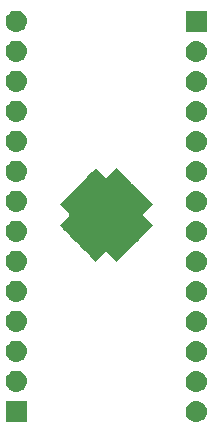
<source format=gbr>
G04 #@! TF.GenerationSoftware,KiCad,Pcbnew,(5.1.2)-2*
G04 #@! TF.CreationDate,2019-11-11T20:09:09+01:00*
G04 #@! TF.ProjectId,MCP25625_Breakoutboard,4d435032-3536-4323-955f-427265616b6f,rev?*
G04 #@! TF.SameCoordinates,Original*
G04 #@! TF.FileFunction,Soldermask,Top*
G04 #@! TF.FilePolarity,Negative*
%FSLAX46Y46*%
G04 Gerber Fmt 4.6, Leading zero omitted, Abs format (unit mm)*
G04 Created by KiCad (PCBNEW (5.1.2)-2) date 2019-11-11 20:09:09*
%MOMM*%
%LPD*%
G04 APERTURE LIST*
%ADD10C,0.100000*%
G04 APERTURE END LIST*
D10*
G36*
X153023523Y-112625519D02*
G01*
X153089707Y-112632037D01*
X153259546Y-112683557D01*
X153416071Y-112767222D01*
X153451809Y-112796552D01*
X153553266Y-112879814D01*
X153636528Y-112981271D01*
X153665858Y-113017009D01*
X153749523Y-113173534D01*
X153801043Y-113343373D01*
X153818439Y-113520000D01*
X153801043Y-113696627D01*
X153749523Y-113866466D01*
X153665858Y-114022991D01*
X153636528Y-114058729D01*
X153553266Y-114160186D01*
X153451809Y-114243448D01*
X153416071Y-114272778D01*
X153259546Y-114356443D01*
X153089707Y-114407963D01*
X153023522Y-114414482D01*
X152957340Y-114421000D01*
X152868820Y-114421000D01*
X152802638Y-114414482D01*
X152736453Y-114407963D01*
X152566614Y-114356443D01*
X152410089Y-114272778D01*
X152374351Y-114243448D01*
X152272894Y-114160186D01*
X152189632Y-114058729D01*
X152160302Y-114022991D01*
X152076637Y-113866466D01*
X152025117Y-113696627D01*
X152007721Y-113520000D01*
X152025117Y-113343373D01*
X152076637Y-113173534D01*
X152160302Y-113017009D01*
X152189632Y-112981271D01*
X152272894Y-112879814D01*
X152374351Y-112796552D01*
X152410089Y-112767222D01*
X152566614Y-112683557D01*
X152736453Y-112632037D01*
X152802637Y-112625519D01*
X152868820Y-112619000D01*
X152957340Y-112619000D01*
X153023523Y-112625519D01*
X153023523Y-112625519D01*
G37*
G36*
X138574080Y-114401000D02*
G01*
X136772080Y-114401000D01*
X136772080Y-112599000D01*
X138574080Y-112599000D01*
X138574080Y-114401000D01*
X138574080Y-114401000D01*
G37*
G36*
X153023523Y-110085519D02*
G01*
X153089707Y-110092037D01*
X153259546Y-110143557D01*
X153416071Y-110227222D01*
X153451809Y-110256552D01*
X153553266Y-110339814D01*
X153636528Y-110441271D01*
X153665858Y-110477009D01*
X153749523Y-110633534D01*
X153801043Y-110803373D01*
X153818439Y-110980000D01*
X153801043Y-111156627D01*
X153749523Y-111326466D01*
X153665858Y-111482991D01*
X153636528Y-111518729D01*
X153553266Y-111620186D01*
X153451809Y-111703448D01*
X153416071Y-111732778D01*
X153259546Y-111816443D01*
X153089707Y-111867963D01*
X153023522Y-111874482D01*
X152957340Y-111881000D01*
X152868820Y-111881000D01*
X152802638Y-111874482D01*
X152736453Y-111867963D01*
X152566614Y-111816443D01*
X152410089Y-111732778D01*
X152374351Y-111703448D01*
X152272894Y-111620186D01*
X152189632Y-111518729D01*
X152160302Y-111482991D01*
X152076637Y-111326466D01*
X152025117Y-111156627D01*
X152007721Y-110980000D01*
X152025117Y-110803373D01*
X152076637Y-110633534D01*
X152160302Y-110477009D01*
X152189632Y-110441271D01*
X152272894Y-110339814D01*
X152374351Y-110256552D01*
X152410089Y-110227222D01*
X152566614Y-110143557D01*
X152736453Y-110092037D01*
X152802637Y-110085519D01*
X152868820Y-110079000D01*
X152957340Y-110079000D01*
X153023523Y-110085519D01*
X153023523Y-110085519D01*
G37*
G36*
X137783522Y-110065518D02*
G01*
X137849707Y-110072037D01*
X138019546Y-110123557D01*
X138176071Y-110207222D01*
X138200441Y-110227222D01*
X138313266Y-110319814D01*
X138396528Y-110421271D01*
X138425858Y-110457009D01*
X138509523Y-110613534D01*
X138561043Y-110783373D01*
X138578439Y-110960000D01*
X138561043Y-111136627D01*
X138509523Y-111306466D01*
X138425858Y-111462991D01*
X138409446Y-111482989D01*
X138313266Y-111600186D01*
X138211809Y-111683448D01*
X138176071Y-111712778D01*
X138019546Y-111796443D01*
X137849707Y-111847963D01*
X137783523Y-111854481D01*
X137717340Y-111861000D01*
X137628820Y-111861000D01*
X137562637Y-111854481D01*
X137496453Y-111847963D01*
X137326614Y-111796443D01*
X137170089Y-111712778D01*
X137134351Y-111683448D01*
X137032894Y-111600186D01*
X136936714Y-111482989D01*
X136920302Y-111462991D01*
X136836637Y-111306466D01*
X136785117Y-111136627D01*
X136767721Y-110960000D01*
X136785117Y-110783373D01*
X136836637Y-110613534D01*
X136920302Y-110457009D01*
X136949632Y-110421271D01*
X137032894Y-110319814D01*
X137145719Y-110227222D01*
X137170089Y-110207222D01*
X137326614Y-110123557D01*
X137496453Y-110072037D01*
X137562638Y-110065518D01*
X137628820Y-110059000D01*
X137717340Y-110059000D01*
X137783522Y-110065518D01*
X137783522Y-110065518D01*
G37*
G36*
X153023522Y-107545518D02*
G01*
X153089707Y-107552037D01*
X153259546Y-107603557D01*
X153416071Y-107687222D01*
X153451809Y-107716552D01*
X153553266Y-107799814D01*
X153636528Y-107901271D01*
X153665858Y-107937009D01*
X153749523Y-108093534D01*
X153801043Y-108263373D01*
X153818439Y-108440000D01*
X153801043Y-108616627D01*
X153749523Y-108786466D01*
X153665858Y-108942991D01*
X153636528Y-108978729D01*
X153553266Y-109080186D01*
X153451809Y-109163448D01*
X153416071Y-109192778D01*
X153259546Y-109276443D01*
X153089707Y-109327963D01*
X153023523Y-109334481D01*
X152957340Y-109341000D01*
X152868820Y-109341000D01*
X152802637Y-109334481D01*
X152736453Y-109327963D01*
X152566614Y-109276443D01*
X152410089Y-109192778D01*
X152374351Y-109163448D01*
X152272894Y-109080186D01*
X152189632Y-108978729D01*
X152160302Y-108942991D01*
X152076637Y-108786466D01*
X152025117Y-108616627D01*
X152007721Y-108440000D01*
X152025117Y-108263373D01*
X152076637Y-108093534D01*
X152160302Y-107937009D01*
X152189632Y-107901271D01*
X152272894Y-107799814D01*
X152374351Y-107716552D01*
X152410089Y-107687222D01*
X152566614Y-107603557D01*
X152736453Y-107552037D01*
X152802638Y-107545518D01*
X152868820Y-107539000D01*
X152957340Y-107539000D01*
X153023522Y-107545518D01*
X153023522Y-107545518D01*
G37*
G36*
X137783522Y-107525518D02*
G01*
X137849707Y-107532037D01*
X138019546Y-107583557D01*
X138176071Y-107667222D01*
X138200441Y-107687222D01*
X138313266Y-107779814D01*
X138396528Y-107881271D01*
X138425858Y-107917009D01*
X138509523Y-108073534D01*
X138561043Y-108243373D01*
X138578439Y-108420000D01*
X138561043Y-108596627D01*
X138509523Y-108766466D01*
X138425858Y-108922991D01*
X138409446Y-108942989D01*
X138313266Y-109060186D01*
X138211809Y-109143448D01*
X138176071Y-109172778D01*
X138019546Y-109256443D01*
X137849707Y-109307963D01*
X137783522Y-109314482D01*
X137717340Y-109321000D01*
X137628820Y-109321000D01*
X137562638Y-109314482D01*
X137496453Y-109307963D01*
X137326614Y-109256443D01*
X137170089Y-109172778D01*
X137134351Y-109143448D01*
X137032894Y-109060186D01*
X136936714Y-108942989D01*
X136920302Y-108922991D01*
X136836637Y-108766466D01*
X136785117Y-108596627D01*
X136767721Y-108420000D01*
X136785117Y-108243373D01*
X136836637Y-108073534D01*
X136920302Y-107917009D01*
X136949632Y-107881271D01*
X137032894Y-107779814D01*
X137145719Y-107687222D01*
X137170089Y-107667222D01*
X137326614Y-107583557D01*
X137496453Y-107532037D01*
X137562638Y-107525518D01*
X137628820Y-107519000D01*
X137717340Y-107519000D01*
X137783522Y-107525518D01*
X137783522Y-107525518D01*
G37*
G36*
X153023522Y-105005518D02*
G01*
X153089707Y-105012037D01*
X153259546Y-105063557D01*
X153416071Y-105147222D01*
X153451809Y-105176552D01*
X153553266Y-105259814D01*
X153636528Y-105361271D01*
X153665858Y-105397009D01*
X153749523Y-105553534D01*
X153801043Y-105723373D01*
X153818439Y-105900000D01*
X153801043Y-106076627D01*
X153749523Y-106246466D01*
X153665858Y-106402991D01*
X153636528Y-106438729D01*
X153553266Y-106540186D01*
X153451809Y-106623448D01*
X153416071Y-106652778D01*
X153259546Y-106736443D01*
X153089707Y-106787963D01*
X153023523Y-106794481D01*
X152957340Y-106801000D01*
X152868820Y-106801000D01*
X152802637Y-106794481D01*
X152736453Y-106787963D01*
X152566614Y-106736443D01*
X152410089Y-106652778D01*
X152374351Y-106623448D01*
X152272894Y-106540186D01*
X152189632Y-106438729D01*
X152160302Y-106402991D01*
X152076637Y-106246466D01*
X152025117Y-106076627D01*
X152007721Y-105900000D01*
X152025117Y-105723373D01*
X152076637Y-105553534D01*
X152160302Y-105397009D01*
X152189632Y-105361271D01*
X152272894Y-105259814D01*
X152374351Y-105176552D01*
X152410089Y-105147222D01*
X152566614Y-105063557D01*
X152736453Y-105012037D01*
X152802638Y-105005518D01*
X152868820Y-104999000D01*
X152957340Y-104999000D01*
X153023522Y-105005518D01*
X153023522Y-105005518D01*
G37*
G36*
X137783522Y-104985518D02*
G01*
X137849707Y-104992037D01*
X138019546Y-105043557D01*
X138176071Y-105127222D01*
X138200441Y-105147222D01*
X138313266Y-105239814D01*
X138396528Y-105341271D01*
X138425858Y-105377009D01*
X138509523Y-105533534D01*
X138561043Y-105703373D01*
X138578439Y-105880000D01*
X138561043Y-106056627D01*
X138509523Y-106226466D01*
X138425858Y-106382991D01*
X138409446Y-106402989D01*
X138313266Y-106520186D01*
X138211809Y-106603448D01*
X138176071Y-106632778D01*
X138019546Y-106716443D01*
X137849707Y-106767963D01*
X137783522Y-106774482D01*
X137717340Y-106781000D01*
X137628820Y-106781000D01*
X137562638Y-106774482D01*
X137496453Y-106767963D01*
X137326614Y-106716443D01*
X137170089Y-106632778D01*
X137134351Y-106603448D01*
X137032894Y-106520186D01*
X136936714Y-106402989D01*
X136920302Y-106382991D01*
X136836637Y-106226466D01*
X136785117Y-106056627D01*
X136767721Y-105880000D01*
X136785117Y-105703373D01*
X136836637Y-105533534D01*
X136920302Y-105377009D01*
X136949632Y-105341271D01*
X137032894Y-105239814D01*
X137145719Y-105147222D01*
X137170089Y-105127222D01*
X137326614Y-105043557D01*
X137496453Y-104992037D01*
X137562638Y-104985518D01*
X137628820Y-104979000D01*
X137717340Y-104979000D01*
X137783522Y-104985518D01*
X137783522Y-104985518D01*
G37*
G36*
X153023523Y-102465519D02*
G01*
X153089707Y-102472037D01*
X153259546Y-102523557D01*
X153416071Y-102607222D01*
X153451809Y-102636552D01*
X153553266Y-102719814D01*
X153636528Y-102821271D01*
X153665858Y-102857009D01*
X153749523Y-103013534D01*
X153801043Y-103183373D01*
X153818439Y-103360000D01*
X153801043Y-103536627D01*
X153749523Y-103706466D01*
X153665858Y-103862991D01*
X153636528Y-103898729D01*
X153553266Y-104000186D01*
X153451809Y-104083448D01*
X153416071Y-104112778D01*
X153259546Y-104196443D01*
X153089707Y-104247963D01*
X153023522Y-104254482D01*
X152957340Y-104261000D01*
X152868820Y-104261000D01*
X152802637Y-104254481D01*
X152736453Y-104247963D01*
X152566614Y-104196443D01*
X152410089Y-104112778D01*
X152374351Y-104083448D01*
X152272894Y-104000186D01*
X152189632Y-103898729D01*
X152160302Y-103862991D01*
X152076637Y-103706466D01*
X152025117Y-103536627D01*
X152007721Y-103360000D01*
X152025117Y-103183373D01*
X152076637Y-103013534D01*
X152160302Y-102857009D01*
X152189632Y-102821271D01*
X152272894Y-102719814D01*
X152374351Y-102636552D01*
X152410089Y-102607222D01*
X152566614Y-102523557D01*
X152736453Y-102472037D01*
X152802637Y-102465519D01*
X152868820Y-102459000D01*
X152957340Y-102459000D01*
X153023523Y-102465519D01*
X153023523Y-102465519D01*
G37*
G36*
X137783522Y-102445518D02*
G01*
X137849707Y-102452037D01*
X138019546Y-102503557D01*
X138176071Y-102587222D01*
X138200441Y-102607222D01*
X138313266Y-102699814D01*
X138396528Y-102801271D01*
X138425858Y-102837009D01*
X138509523Y-102993534D01*
X138561043Y-103163373D01*
X138578439Y-103340000D01*
X138561043Y-103516627D01*
X138509523Y-103686466D01*
X138425858Y-103842991D01*
X138409446Y-103862989D01*
X138313266Y-103980186D01*
X138211809Y-104063448D01*
X138176071Y-104092778D01*
X138019546Y-104176443D01*
X137849707Y-104227963D01*
X137783522Y-104234482D01*
X137717340Y-104241000D01*
X137628820Y-104241000D01*
X137562638Y-104234482D01*
X137496453Y-104227963D01*
X137326614Y-104176443D01*
X137170089Y-104092778D01*
X137134351Y-104063448D01*
X137032894Y-103980186D01*
X136936714Y-103862989D01*
X136920302Y-103842991D01*
X136836637Y-103686466D01*
X136785117Y-103516627D01*
X136767721Y-103340000D01*
X136785117Y-103163373D01*
X136836637Y-102993534D01*
X136920302Y-102837009D01*
X136949632Y-102801271D01*
X137032894Y-102699814D01*
X137145719Y-102607222D01*
X137170089Y-102587222D01*
X137326614Y-102503557D01*
X137496453Y-102452037D01*
X137562637Y-102445519D01*
X137628820Y-102439000D01*
X137717340Y-102439000D01*
X137783522Y-102445518D01*
X137783522Y-102445518D01*
G37*
G36*
X153023523Y-99925519D02*
G01*
X153089707Y-99932037D01*
X153259546Y-99983557D01*
X153416071Y-100067222D01*
X153451809Y-100096552D01*
X153553266Y-100179814D01*
X153636528Y-100281271D01*
X153665858Y-100317009D01*
X153749523Y-100473534D01*
X153801043Y-100643373D01*
X153818439Y-100820000D01*
X153801043Y-100996627D01*
X153749523Y-101166466D01*
X153665858Y-101322991D01*
X153636528Y-101358729D01*
X153553266Y-101460186D01*
X153451809Y-101543448D01*
X153416071Y-101572778D01*
X153259546Y-101656443D01*
X153089707Y-101707963D01*
X153023522Y-101714482D01*
X152957340Y-101721000D01*
X152868820Y-101721000D01*
X152802637Y-101714481D01*
X152736453Y-101707963D01*
X152566614Y-101656443D01*
X152410089Y-101572778D01*
X152374351Y-101543448D01*
X152272894Y-101460186D01*
X152189632Y-101358729D01*
X152160302Y-101322991D01*
X152076637Y-101166466D01*
X152025117Y-100996627D01*
X152007721Y-100820000D01*
X152025117Y-100643373D01*
X152076637Y-100473534D01*
X152160302Y-100317009D01*
X152189632Y-100281271D01*
X152272894Y-100179814D01*
X152374351Y-100096552D01*
X152410089Y-100067222D01*
X152566614Y-99983557D01*
X152736453Y-99932037D01*
X152802637Y-99925519D01*
X152868820Y-99919000D01*
X152957340Y-99919000D01*
X153023523Y-99925519D01*
X153023523Y-99925519D01*
G37*
G36*
X137783523Y-99905519D02*
G01*
X137849707Y-99912037D01*
X138019546Y-99963557D01*
X138176071Y-100047222D01*
X138200441Y-100067222D01*
X138313266Y-100159814D01*
X138396528Y-100261271D01*
X138425858Y-100297009D01*
X138509523Y-100453534D01*
X138561043Y-100623373D01*
X138578439Y-100800000D01*
X138561043Y-100976627D01*
X138509523Y-101146466D01*
X138425858Y-101302991D01*
X138409446Y-101322989D01*
X138313266Y-101440186D01*
X138211809Y-101523448D01*
X138176071Y-101552778D01*
X138019546Y-101636443D01*
X137849707Y-101687963D01*
X137783522Y-101694482D01*
X137717340Y-101701000D01*
X137628820Y-101701000D01*
X137562637Y-101694481D01*
X137496453Y-101687963D01*
X137326614Y-101636443D01*
X137170089Y-101552778D01*
X137134351Y-101523448D01*
X137032894Y-101440186D01*
X136936714Y-101322989D01*
X136920302Y-101302991D01*
X136836637Y-101146466D01*
X136785117Y-100976627D01*
X136767721Y-100800000D01*
X136785117Y-100623373D01*
X136836637Y-100453534D01*
X136920302Y-100297009D01*
X136949632Y-100261271D01*
X137032894Y-100159814D01*
X137145719Y-100067222D01*
X137170089Y-100047222D01*
X137326614Y-99963557D01*
X137496453Y-99912037D01*
X137562637Y-99905519D01*
X137628820Y-99899000D01*
X137717340Y-99899000D01*
X137783523Y-99905519D01*
X137783523Y-99905519D01*
G37*
G36*
X146496576Y-93231460D02*
G01*
X146496576Y-93231461D01*
X146636583Y-93371468D01*
X146636583Y-93371467D01*
X146956196Y-93691080D01*
X146956196Y-93691081D01*
X147096202Y-93831087D01*
X147096202Y-93831086D01*
X147415815Y-94150699D01*
X147415815Y-94150700D01*
X147504197Y-94239082D01*
X147504202Y-94239088D01*
X147555821Y-94290707D01*
X147555821Y-94290706D01*
X147875434Y-94610319D01*
X147875434Y-94610320D01*
X147927053Y-94661939D01*
X147927059Y-94661944D01*
X148015441Y-94750326D01*
X148015441Y-94750325D01*
X148335054Y-95069938D01*
X148335054Y-95069939D01*
X148475060Y-95209945D01*
X148475060Y-95209944D01*
X148794673Y-95529557D01*
X148794673Y-95529558D01*
X148934680Y-95669565D01*
X148934680Y-95669564D01*
X149254293Y-95989177D01*
X148458792Y-96784678D01*
X148443252Y-96803614D01*
X148431701Y-96825225D01*
X148424588Y-96848674D01*
X148422186Y-96873060D01*
X148424588Y-96897446D01*
X148431701Y-96920895D01*
X148443252Y-96942506D01*
X148458792Y-96961442D01*
X149254293Y-97756943D01*
X148015441Y-98995795D01*
X147875434Y-99135801D01*
X147555821Y-99455414D01*
X147415815Y-99595421D01*
X146176963Y-100834273D01*
X145381462Y-100038772D01*
X145362526Y-100023232D01*
X145340915Y-100011681D01*
X145317466Y-100004568D01*
X145293080Y-100002166D01*
X145268694Y-100004568D01*
X145245245Y-100011681D01*
X145223634Y-100023232D01*
X145204698Y-100038772D01*
X144409197Y-100834273D01*
X144089584Y-100514660D01*
X144089585Y-100514660D01*
X143949578Y-100374653D01*
X143949577Y-100374653D01*
X143629964Y-100055040D01*
X143629965Y-100055040D01*
X143489959Y-99915034D01*
X143489958Y-99915034D01*
X143170345Y-99595421D01*
X143170346Y-99595421D01*
X143081964Y-99507039D01*
X143081959Y-99507033D01*
X143030340Y-99455414D01*
X143030339Y-99455414D01*
X142710726Y-99135801D01*
X142710727Y-99135801D01*
X142659108Y-99084182D01*
X142659102Y-99084177D01*
X142570720Y-98995795D01*
X142570719Y-98995795D01*
X142251106Y-98676182D01*
X142251107Y-98676182D01*
X142111101Y-98536176D01*
X142111100Y-98536176D01*
X141791487Y-98216563D01*
X141791488Y-98216563D01*
X141651481Y-98076556D01*
X141651480Y-98076556D01*
X141331867Y-97756943D01*
X142127368Y-96961442D01*
X142142908Y-96942506D01*
X142154459Y-96920895D01*
X142161572Y-96897446D01*
X142163974Y-96873060D01*
X142161572Y-96848674D01*
X142154459Y-96825225D01*
X142142908Y-96803614D01*
X142127368Y-96784678D01*
X141331867Y-95989177D01*
X141651480Y-95669564D01*
X141651481Y-95669565D01*
X141791488Y-95529558D01*
X141791487Y-95529557D01*
X142111100Y-95209944D01*
X142111101Y-95209945D01*
X142251107Y-95069939D01*
X142251106Y-95069938D01*
X142570719Y-94750325D01*
X142570720Y-94750326D01*
X142659097Y-94661948D01*
X142659108Y-94661939D01*
X142710727Y-94610320D01*
X142710726Y-94610319D01*
X143030339Y-94290706D01*
X143030340Y-94290707D01*
X143081959Y-94239088D01*
X143081968Y-94239077D01*
X143170346Y-94150700D01*
X143170345Y-94150699D01*
X143489958Y-93831086D01*
X143489959Y-93831087D01*
X143629965Y-93691081D01*
X143629964Y-93691080D01*
X143949577Y-93371467D01*
X143949578Y-93371468D01*
X144089585Y-93231461D01*
X144089584Y-93231460D01*
X144409197Y-92911847D01*
X145204698Y-93707348D01*
X145223634Y-93722888D01*
X145245245Y-93734439D01*
X145268694Y-93741552D01*
X145293080Y-93743954D01*
X145317466Y-93741552D01*
X145340915Y-93734439D01*
X145362526Y-93722888D01*
X145381462Y-93707348D01*
X146176963Y-92911847D01*
X146496576Y-93231460D01*
X146496576Y-93231460D01*
G37*
G36*
X153023523Y-97385519D02*
G01*
X153089707Y-97392037D01*
X153259546Y-97443557D01*
X153416071Y-97527222D01*
X153451809Y-97556552D01*
X153553266Y-97639814D01*
X153620376Y-97721589D01*
X153665858Y-97777009D01*
X153749523Y-97933534D01*
X153801043Y-98103373D01*
X153818439Y-98280000D01*
X153801043Y-98456627D01*
X153749523Y-98626466D01*
X153665858Y-98782991D01*
X153636528Y-98818729D01*
X153553266Y-98920186D01*
X153461135Y-98995795D01*
X153416071Y-99032778D01*
X153259546Y-99116443D01*
X153089707Y-99167963D01*
X153023522Y-99174482D01*
X152957340Y-99181000D01*
X152868820Y-99181000D01*
X152802638Y-99174482D01*
X152736453Y-99167963D01*
X152566614Y-99116443D01*
X152410089Y-99032778D01*
X152365025Y-98995795D01*
X152272894Y-98920186D01*
X152189632Y-98818729D01*
X152160302Y-98782991D01*
X152076637Y-98626466D01*
X152025117Y-98456627D01*
X152007721Y-98280000D01*
X152025117Y-98103373D01*
X152076637Y-97933534D01*
X152160302Y-97777009D01*
X152205784Y-97721589D01*
X152272894Y-97639814D01*
X152374351Y-97556552D01*
X152410089Y-97527222D01*
X152566614Y-97443557D01*
X152736453Y-97392037D01*
X152802637Y-97385519D01*
X152868820Y-97379000D01*
X152957340Y-97379000D01*
X153023523Y-97385519D01*
X153023523Y-97385519D01*
G37*
G36*
X137783523Y-97365519D02*
G01*
X137849707Y-97372037D01*
X138019546Y-97423557D01*
X138176071Y-97507222D01*
X138200441Y-97527222D01*
X138313266Y-97619814D01*
X138396528Y-97721271D01*
X138425858Y-97757009D01*
X138509523Y-97913534D01*
X138561043Y-98083373D01*
X138578439Y-98260000D01*
X138561043Y-98436627D01*
X138509523Y-98606466D01*
X138425858Y-98762991D01*
X138409446Y-98782989D01*
X138313266Y-98900186D01*
X138211809Y-98983448D01*
X138176071Y-99012778D01*
X138019546Y-99096443D01*
X137849707Y-99147963D01*
X137783523Y-99154481D01*
X137717340Y-99161000D01*
X137628820Y-99161000D01*
X137562637Y-99154481D01*
X137496453Y-99147963D01*
X137326614Y-99096443D01*
X137170089Y-99012778D01*
X137134351Y-98983448D01*
X137032894Y-98900186D01*
X136936714Y-98782989D01*
X136920302Y-98762991D01*
X136836637Y-98606466D01*
X136785117Y-98436627D01*
X136767721Y-98260000D01*
X136785117Y-98083373D01*
X136836637Y-97913534D01*
X136920302Y-97757009D01*
X136949632Y-97721271D01*
X137032894Y-97619814D01*
X137145719Y-97527222D01*
X137170089Y-97507222D01*
X137326614Y-97423557D01*
X137496453Y-97372037D01*
X137562637Y-97365519D01*
X137628820Y-97359000D01*
X137717340Y-97359000D01*
X137783523Y-97365519D01*
X137783523Y-97365519D01*
G37*
G36*
X153023522Y-94845518D02*
G01*
X153089707Y-94852037D01*
X153259546Y-94903557D01*
X153416071Y-94987222D01*
X153451809Y-95016552D01*
X153553266Y-95099814D01*
X153636528Y-95201271D01*
X153665858Y-95237009D01*
X153749523Y-95393534D01*
X153801043Y-95563373D01*
X153818439Y-95740000D01*
X153801043Y-95916627D01*
X153749523Y-96086466D01*
X153665858Y-96242991D01*
X153636528Y-96278729D01*
X153553266Y-96380186D01*
X153451809Y-96463448D01*
X153416071Y-96492778D01*
X153259546Y-96576443D01*
X153089707Y-96627963D01*
X153023522Y-96634482D01*
X152957340Y-96641000D01*
X152868820Y-96641000D01*
X152802638Y-96634482D01*
X152736453Y-96627963D01*
X152566614Y-96576443D01*
X152410089Y-96492778D01*
X152374351Y-96463448D01*
X152272894Y-96380186D01*
X152189632Y-96278729D01*
X152160302Y-96242991D01*
X152076637Y-96086466D01*
X152025117Y-95916627D01*
X152007721Y-95740000D01*
X152025117Y-95563373D01*
X152076637Y-95393534D01*
X152160302Y-95237009D01*
X152189632Y-95201271D01*
X152272894Y-95099814D01*
X152374351Y-95016552D01*
X152410089Y-94987222D01*
X152566614Y-94903557D01*
X152736453Y-94852037D01*
X152802638Y-94845518D01*
X152868820Y-94839000D01*
X152957340Y-94839000D01*
X153023522Y-94845518D01*
X153023522Y-94845518D01*
G37*
G36*
X137783522Y-94825518D02*
G01*
X137849707Y-94832037D01*
X138019546Y-94883557D01*
X138176071Y-94967222D01*
X138200441Y-94987222D01*
X138313266Y-95079814D01*
X138396528Y-95181271D01*
X138425858Y-95217009D01*
X138509523Y-95373534D01*
X138561043Y-95543373D01*
X138578439Y-95720000D01*
X138561043Y-95896627D01*
X138509523Y-96066466D01*
X138425858Y-96222991D01*
X138409446Y-96242989D01*
X138313266Y-96360186D01*
X138211809Y-96443448D01*
X138176071Y-96472778D01*
X138019546Y-96556443D01*
X137849707Y-96607963D01*
X137783522Y-96614482D01*
X137717340Y-96621000D01*
X137628820Y-96621000D01*
X137562638Y-96614482D01*
X137496453Y-96607963D01*
X137326614Y-96556443D01*
X137170089Y-96472778D01*
X137134351Y-96443448D01*
X137032894Y-96360186D01*
X136936714Y-96242989D01*
X136920302Y-96222991D01*
X136836637Y-96066466D01*
X136785117Y-95896627D01*
X136767721Y-95720000D01*
X136785117Y-95543373D01*
X136836637Y-95373534D01*
X136920302Y-95217009D01*
X136949632Y-95181271D01*
X137032894Y-95079814D01*
X137145719Y-94987222D01*
X137170089Y-94967222D01*
X137326614Y-94883557D01*
X137496453Y-94832037D01*
X137562638Y-94825518D01*
X137628820Y-94819000D01*
X137717340Y-94819000D01*
X137783522Y-94825518D01*
X137783522Y-94825518D01*
G37*
G36*
X153023523Y-92305519D02*
G01*
X153089707Y-92312037D01*
X153259546Y-92363557D01*
X153416071Y-92447222D01*
X153451809Y-92476552D01*
X153553266Y-92559814D01*
X153636528Y-92661271D01*
X153665858Y-92697009D01*
X153749523Y-92853534D01*
X153801043Y-93023373D01*
X153818439Y-93200000D01*
X153801043Y-93376627D01*
X153749523Y-93546466D01*
X153665858Y-93702991D01*
X153640049Y-93734439D01*
X153553266Y-93840186D01*
X153451809Y-93923448D01*
X153416071Y-93952778D01*
X153259546Y-94036443D01*
X153089707Y-94087963D01*
X153023522Y-94094482D01*
X152957340Y-94101000D01*
X152868820Y-94101000D01*
X152802638Y-94094482D01*
X152736453Y-94087963D01*
X152566614Y-94036443D01*
X152410089Y-93952778D01*
X152374351Y-93923448D01*
X152272894Y-93840186D01*
X152186111Y-93734439D01*
X152160302Y-93702991D01*
X152076637Y-93546466D01*
X152025117Y-93376627D01*
X152007721Y-93200000D01*
X152025117Y-93023373D01*
X152076637Y-92853534D01*
X152160302Y-92697009D01*
X152189632Y-92661271D01*
X152272894Y-92559814D01*
X152374351Y-92476552D01*
X152410089Y-92447222D01*
X152566614Y-92363557D01*
X152736453Y-92312037D01*
X152802637Y-92305519D01*
X152868820Y-92299000D01*
X152957340Y-92299000D01*
X153023523Y-92305519D01*
X153023523Y-92305519D01*
G37*
G36*
X137783522Y-92285518D02*
G01*
X137849707Y-92292037D01*
X138019546Y-92343557D01*
X138176071Y-92427222D01*
X138200441Y-92447222D01*
X138313266Y-92539814D01*
X138396528Y-92641271D01*
X138425858Y-92677009D01*
X138509523Y-92833534D01*
X138561043Y-93003373D01*
X138578439Y-93180000D01*
X138561043Y-93356627D01*
X138509523Y-93526466D01*
X138425858Y-93682991D01*
X138396528Y-93718729D01*
X138313266Y-93820186D01*
X138211809Y-93903448D01*
X138176071Y-93932778D01*
X138019546Y-94016443D01*
X137849707Y-94067963D01*
X137783523Y-94074481D01*
X137717340Y-94081000D01*
X137628820Y-94081000D01*
X137562638Y-94074482D01*
X137496453Y-94067963D01*
X137326614Y-94016443D01*
X137170089Y-93932778D01*
X137134351Y-93903448D01*
X137032894Y-93820186D01*
X136949632Y-93718729D01*
X136920302Y-93682991D01*
X136836637Y-93526466D01*
X136785117Y-93356627D01*
X136767721Y-93180000D01*
X136785117Y-93003373D01*
X136836637Y-92833534D01*
X136920302Y-92677009D01*
X136949632Y-92641271D01*
X137032894Y-92539814D01*
X137145719Y-92447222D01*
X137170089Y-92427222D01*
X137326614Y-92343557D01*
X137496453Y-92292037D01*
X137562638Y-92285518D01*
X137628820Y-92279000D01*
X137717340Y-92279000D01*
X137783522Y-92285518D01*
X137783522Y-92285518D01*
G37*
G36*
X153023522Y-89765518D02*
G01*
X153089707Y-89772037D01*
X153259546Y-89823557D01*
X153416071Y-89907222D01*
X153451809Y-89936552D01*
X153553266Y-90019814D01*
X153636528Y-90121271D01*
X153665858Y-90157009D01*
X153749523Y-90313534D01*
X153801043Y-90483373D01*
X153818439Y-90660000D01*
X153801043Y-90836627D01*
X153749523Y-91006466D01*
X153665858Y-91162991D01*
X153636528Y-91198729D01*
X153553266Y-91300186D01*
X153451809Y-91383448D01*
X153416071Y-91412778D01*
X153259546Y-91496443D01*
X153089707Y-91547963D01*
X153023523Y-91554481D01*
X152957340Y-91561000D01*
X152868820Y-91561000D01*
X152802637Y-91554481D01*
X152736453Y-91547963D01*
X152566614Y-91496443D01*
X152410089Y-91412778D01*
X152374351Y-91383448D01*
X152272894Y-91300186D01*
X152189632Y-91198729D01*
X152160302Y-91162991D01*
X152076637Y-91006466D01*
X152025117Y-90836627D01*
X152007721Y-90660000D01*
X152025117Y-90483373D01*
X152076637Y-90313534D01*
X152160302Y-90157009D01*
X152189632Y-90121271D01*
X152272894Y-90019814D01*
X152374351Y-89936552D01*
X152410089Y-89907222D01*
X152566614Y-89823557D01*
X152736453Y-89772037D01*
X152802638Y-89765518D01*
X152868820Y-89759000D01*
X152957340Y-89759000D01*
X153023522Y-89765518D01*
X153023522Y-89765518D01*
G37*
G36*
X137783523Y-89745519D02*
G01*
X137849707Y-89752037D01*
X138019546Y-89803557D01*
X138176071Y-89887222D01*
X138200441Y-89907222D01*
X138313266Y-89999814D01*
X138396528Y-90101271D01*
X138425858Y-90137009D01*
X138509523Y-90293534D01*
X138561043Y-90463373D01*
X138578439Y-90640000D01*
X138561043Y-90816627D01*
X138509523Y-90986466D01*
X138425858Y-91142991D01*
X138409446Y-91162989D01*
X138313266Y-91280186D01*
X138211809Y-91363448D01*
X138176071Y-91392778D01*
X138019546Y-91476443D01*
X137849707Y-91527963D01*
X137783522Y-91534482D01*
X137717340Y-91541000D01*
X137628820Y-91541000D01*
X137562638Y-91534482D01*
X137496453Y-91527963D01*
X137326614Y-91476443D01*
X137170089Y-91392778D01*
X137134351Y-91363448D01*
X137032894Y-91280186D01*
X136936714Y-91162989D01*
X136920302Y-91142991D01*
X136836637Y-90986466D01*
X136785117Y-90816627D01*
X136767721Y-90640000D01*
X136785117Y-90463373D01*
X136836637Y-90293534D01*
X136920302Y-90137009D01*
X136949632Y-90101271D01*
X137032894Y-89999814D01*
X137145719Y-89907222D01*
X137170089Y-89887222D01*
X137326614Y-89803557D01*
X137496453Y-89752037D01*
X137562637Y-89745519D01*
X137628820Y-89739000D01*
X137717340Y-89739000D01*
X137783523Y-89745519D01*
X137783523Y-89745519D01*
G37*
G36*
X153023523Y-87225519D02*
G01*
X153089707Y-87232037D01*
X153259546Y-87283557D01*
X153416071Y-87367222D01*
X153451809Y-87396552D01*
X153553266Y-87479814D01*
X153636528Y-87581271D01*
X153665858Y-87617009D01*
X153749523Y-87773534D01*
X153801043Y-87943373D01*
X153818439Y-88120000D01*
X153801043Y-88296627D01*
X153749523Y-88466466D01*
X153665858Y-88622991D01*
X153636528Y-88658729D01*
X153553266Y-88760186D01*
X153451809Y-88843448D01*
X153416071Y-88872778D01*
X153259546Y-88956443D01*
X153089707Y-89007963D01*
X153023522Y-89014482D01*
X152957340Y-89021000D01*
X152868820Y-89021000D01*
X152802638Y-89014482D01*
X152736453Y-89007963D01*
X152566614Y-88956443D01*
X152410089Y-88872778D01*
X152374351Y-88843448D01*
X152272894Y-88760186D01*
X152189632Y-88658729D01*
X152160302Y-88622991D01*
X152076637Y-88466466D01*
X152025117Y-88296627D01*
X152007721Y-88120000D01*
X152025117Y-87943373D01*
X152076637Y-87773534D01*
X152160302Y-87617009D01*
X152189632Y-87581271D01*
X152272894Y-87479814D01*
X152374351Y-87396552D01*
X152410089Y-87367222D01*
X152566614Y-87283557D01*
X152736453Y-87232037D01*
X152802637Y-87225519D01*
X152868820Y-87219000D01*
X152957340Y-87219000D01*
X153023523Y-87225519D01*
X153023523Y-87225519D01*
G37*
G36*
X137783522Y-87205518D02*
G01*
X137849707Y-87212037D01*
X138019546Y-87263557D01*
X138176071Y-87347222D01*
X138200441Y-87367222D01*
X138313266Y-87459814D01*
X138396528Y-87561271D01*
X138425858Y-87597009D01*
X138509523Y-87753534D01*
X138561043Y-87923373D01*
X138578439Y-88100000D01*
X138561043Y-88276627D01*
X138509523Y-88446466D01*
X138425858Y-88602991D01*
X138409446Y-88622989D01*
X138313266Y-88740186D01*
X138211809Y-88823448D01*
X138176071Y-88852778D01*
X138019546Y-88936443D01*
X137849707Y-88987963D01*
X137783523Y-88994481D01*
X137717340Y-89001000D01*
X137628820Y-89001000D01*
X137562637Y-88994481D01*
X137496453Y-88987963D01*
X137326614Y-88936443D01*
X137170089Y-88852778D01*
X137134351Y-88823448D01*
X137032894Y-88740186D01*
X136936714Y-88622989D01*
X136920302Y-88602991D01*
X136836637Y-88446466D01*
X136785117Y-88276627D01*
X136767721Y-88100000D01*
X136785117Y-87923373D01*
X136836637Y-87753534D01*
X136920302Y-87597009D01*
X136949632Y-87561271D01*
X137032894Y-87459814D01*
X137145719Y-87367222D01*
X137170089Y-87347222D01*
X137326614Y-87263557D01*
X137496453Y-87212037D01*
X137562638Y-87205518D01*
X137628820Y-87199000D01*
X137717340Y-87199000D01*
X137783522Y-87205518D01*
X137783522Y-87205518D01*
G37*
G36*
X153023522Y-84685518D02*
G01*
X153089707Y-84692037D01*
X153259546Y-84743557D01*
X153416071Y-84827222D01*
X153451809Y-84856552D01*
X153553266Y-84939814D01*
X153636528Y-85041271D01*
X153665858Y-85077009D01*
X153749523Y-85233534D01*
X153801043Y-85403373D01*
X153818439Y-85580000D01*
X153801043Y-85756627D01*
X153749523Y-85926466D01*
X153665858Y-86082991D01*
X153636528Y-86118729D01*
X153553266Y-86220186D01*
X153451809Y-86303448D01*
X153416071Y-86332778D01*
X153259546Y-86416443D01*
X153089707Y-86467963D01*
X153023522Y-86474482D01*
X152957340Y-86481000D01*
X152868820Y-86481000D01*
X152802638Y-86474482D01*
X152736453Y-86467963D01*
X152566614Y-86416443D01*
X152410089Y-86332778D01*
X152374351Y-86303448D01*
X152272894Y-86220186D01*
X152189632Y-86118729D01*
X152160302Y-86082991D01*
X152076637Y-85926466D01*
X152025117Y-85756627D01*
X152007721Y-85580000D01*
X152025117Y-85403373D01*
X152076637Y-85233534D01*
X152160302Y-85077009D01*
X152189632Y-85041271D01*
X152272894Y-84939814D01*
X152374351Y-84856552D01*
X152410089Y-84827222D01*
X152566614Y-84743557D01*
X152736453Y-84692037D01*
X152802638Y-84685518D01*
X152868820Y-84679000D01*
X152957340Y-84679000D01*
X153023522Y-84685518D01*
X153023522Y-84685518D01*
G37*
G36*
X137783523Y-84665519D02*
G01*
X137849707Y-84672037D01*
X138019546Y-84723557D01*
X138176071Y-84807222D01*
X138200441Y-84827222D01*
X138313266Y-84919814D01*
X138396528Y-85021271D01*
X138425858Y-85057009D01*
X138509523Y-85213534D01*
X138561043Y-85383373D01*
X138578439Y-85560000D01*
X138561043Y-85736627D01*
X138509523Y-85906466D01*
X138425858Y-86062991D01*
X138409446Y-86082989D01*
X138313266Y-86200186D01*
X138211809Y-86283448D01*
X138176071Y-86312778D01*
X138019546Y-86396443D01*
X137849707Y-86447963D01*
X137783522Y-86454482D01*
X137717340Y-86461000D01*
X137628820Y-86461000D01*
X137562638Y-86454482D01*
X137496453Y-86447963D01*
X137326614Y-86396443D01*
X137170089Y-86312778D01*
X137134351Y-86283448D01*
X137032894Y-86200186D01*
X136936714Y-86082989D01*
X136920302Y-86062991D01*
X136836637Y-85906466D01*
X136785117Y-85736627D01*
X136767721Y-85560000D01*
X136785117Y-85383373D01*
X136836637Y-85213534D01*
X136920302Y-85057009D01*
X136949632Y-85021271D01*
X137032894Y-84919814D01*
X137145719Y-84827222D01*
X137170089Y-84807222D01*
X137326614Y-84723557D01*
X137496453Y-84672037D01*
X137562637Y-84665519D01*
X137628820Y-84659000D01*
X137717340Y-84659000D01*
X137783523Y-84665519D01*
X137783523Y-84665519D01*
G37*
G36*
X153023522Y-82145518D02*
G01*
X153089707Y-82152037D01*
X153259546Y-82203557D01*
X153416071Y-82287222D01*
X153451809Y-82316552D01*
X153553266Y-82399814D01*
X153636528Y-82501271D01*
X153665858Y-82537009D01*
X153749523Y-82693534D01*
X153801043Y-82863373D01*
X153818439Y-83040000D01*
X153801043Y-83216627D01*
X153749523Y-83386466D01*
X153665858Y-83542991D01*
X153636528Y-83578729D01*
X153553266Y-83680186D01*
X153451809Y-83763448D01*
X153416071Y-83792778D01*
X153259546Y-83876443D01*
X153089707Y-83927963D01*
X153023523Y-83934481D01*
X152957340Y-83941000D01*
X152868820Y-83941000D01*
X152802637Y-83934481D01*
X152736453Y-83927963D01*
X152566614Y-83876443D01*
X152410089Y-83792778D01*
X152374351Y-83763448D01*
X152272894Y-83680186D01*
X152189632Y-83578729D01*
X152160302Y-83542991D01*
X152076637Y-83386466D01*
X152025117Y-83216627D01*
X152007721Y-83040000D01*
X152025117Y-82863373D01*
X152076637Y-82693534D01*
X152160302Y-82537009D01*
X152189632Y-82501271D01*
X152272894Y-82399814D01*
X152374351Y-82316552D01*
X152410089Y-82287222D01*
X152566614Y-82203557D01*
X152736453Y-82152037D01*
X152802638Y-82145518D01*
X152868820Y-82139000D01*
X152957340Y-82139000D01*
X153023522Y-82145518D01*
X153023522Y-82145518D01*
G37*
G36*
X137783522Y-82125518D02*
G01*
X137849707Y-82132037D01*
X138019546Y-82183557D01*
X138176071Y-82267222D01*
X138200441Y-82287222D01*
X138313266Y-82379814D01*
X138396528Y-82481271D01*
X138425858Y-82517009D01*
X138509523Y-82673534D01*
X138561043Y-82843373D01*
X138578439Y-83020000D01*
X138561043Y-83196627D01*
X138509523Y-83366466D01*
X138425858Y-83522991D01*
X138409446Y-83542989D01*
X138313266Y-83660186D01*
X138211809Y-83743448D01*
X138176071Y-83772778D01*
X138019546Y-83856443D01*
X137849707Y-83907963D01*
X137783522Y-83914482D01*
X137717340Y-83921000D01*
X137628820Y-83921000D01*
X137562638Y-83914482D01*
X137496453Y-83907963D01*
X137326614Y-83856443D01*
X137170089Y-83772778D01*
X137134351Y-83743448D01*
X137032894Y-83660186D01*
X136936714Y-83542989D01*
X136920302Y-83522991D01*
X136836637Y-83366466D01*
X136785117Y-83196627D01*
X136767721Y-83020000D01*
X136785117Y-82843373D01*
X136836637Y-82673534D01*
X136920302Y-82517009D01*
X136949632Y-82481271D01*
X137032894Y-82379814D01*
X137145719Y-82287222D01*
X137170089Y-82267222D01*
X137326614Y-82183557D01*
X137496453Y-82132037D01*
X137562638Y-82125518D01*
X137628820Y-82119000D01*
X137717340Y-82119000D01*
X137783522Y-82125518D01*
X137783522Y-82125518D01*
G37*
G36*
X153814080Y-81401000D02*
G01*
X152012080Y-81401000D01*
X152012080Y-79599000D01*
X153814080Y-79599000D01*
X153814080Y-81401000D01*
X153814080Y-81401000D01*
G37*
G36*
X137783523Y-79585519D02*
G01*
X137849707Y-79592037D01*
X138019546Y-79643557D01*
X138176071Y-79727222D01*
X138211809Y-79756552D01*
X138313266Y-79839814D01*
X138396528Y-79941271D01*
X138425858Y-79977009D01*
X138509523Y-80133534D01*
X138561043Y-80303373D01*
X138578439Y-80480000D01*
X138561043Y-80656627D01*
X138509523Y-80826466D01*
X138425858Y-80982991D01*
X138396528Y-81018729D01*
X138313266Y-81120186D01*
X138211809Y-81203448D01*
X138176071Y-81232778D01*
X138019546Y-81316443D01*
X137849707Y-81367963D01*
X137783523Y-81374481D01*
X137717340Y-81381000D01*
X137628820Y-81381000D01*
X137562637Y-81374481D01*
X137496453Y-81367963D01*
X137326614Y-81316443D01*
X137170089Y-81232778D01*
X137134351Y-81203448D01*
X137032894Y-81120186D01*
X136949632Y-81018729D01*
X136920302Y-80982991D01*
X136836637Y-80826466D01*
X136785117Y-80656627D01*
X136767721Y-80480000D01*
X136785117Y-80303373D01*
X136836637Y-80133534D01*
X136920302Y-79977009D01*
X136949632Y-79941271D01*
X137032894Y-79839814D01*
X137134351Y-79756552D01*
X137170089Y-79727222D01*
X137326614Y-79643557D01*
X137496453Y-79592037D01*
X137562637Y-79585519D01*
X137628820Y-79579000D01*
X137717340Y-79579000D01*
X137783523Y-79585519D01*
X137783523Y-79585519D01*
G37*
M02*

</source>
